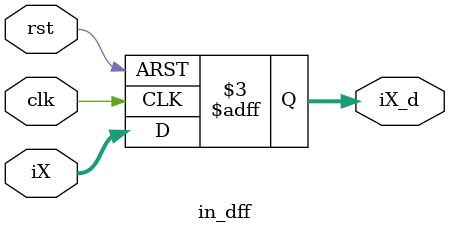
<source format=v>
module in_dff(
		input clk, rst,
		input [31:0] iX,
		output reg [31:0] iX_d
		);


always @(posedge clk, negedge rst) begin
	if(!rst) begin
		iX_d<=0;
	end
	else begin
		iX_d<=iX;
	end
end


endmodule

</source>
